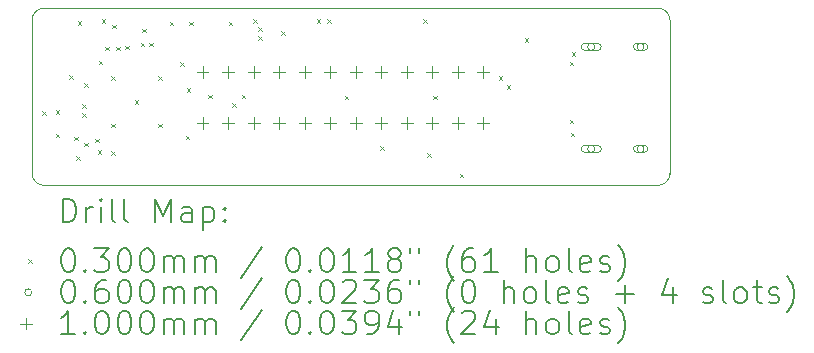
<source format=gbr>
%TF.GenerationSoftware,KiCad,Pcbnew,9.0.3*%
%TF.CreationDate,2025-08-28T21:01:52-07:00*%
%TF.ProjectId,xyp-gpib,7879702d-6770-4696-922e-6b696361645f,rev?*%
%TF.SameCoordinates,Original*%
%TF.FileFunction,Drillmap*%
%TF.FilePolarity,Positive*%
%FSLAX45Y45*%
G04 Gerber Fmt 4.5, Leading zero omitted, Abs format (unit mm)*
G04 Created by KiCad (PCBNEW 9.0.3) date 2025-08-28 21:01:52*
%MOMM*%
%LPD*%
G01*
G04 APERTURE LIST*
%ADD10C,0.050000*%
%ADD11C,0.200000*%
%ADD12C,0.100000*%
G04 APERTURE END LIST*
D10*
X23400000Y-7600000D02*
X23400000Y-8900000D01*
X18000000Y-8900000D02*
X18000000Y-8775000D01*
X18000000Y-7600000D02*
X18000000Y-7700000D01*
X18000000Y-8775000D02*
X18000000Y-7700000D01*
X18100000Y-7500000D02*
X23300000Y-7500000D01*
X23300000Y-9000000D02*
X18100000Y-9000000D01*
X23400000Y-8900000D02*
G75*
G02*
X23300000Y-9000000I-100000J0D01*
G01*
X18100000Y-9000000D02*
G75*
G02*
X18000000Y-8900000I0J100000D01*
G01*
X23300000Y-7500000D02*
G75*
G02*
X23400000Y-7600000I0J-100000D01*
G01*
X18000000Y-7600000D02*
G75*
G02*
X18100000Y-7500000I100000J0D01*
G01*
D11*
D12*
X18085300Y-8374600D02*
X18115300Y-8404600D01*
X18115300Y-8374600D02*
X18085300Y-8404600D01*
X18200300Y-8364600D02*
X18230300Y-8394600D01*
X18230300Y-8364600D02*
X18200300Y-8394600D01*
X18200300Y-8564600D02*
X18230300Y-8594600D01*
X18230300Y-8564600D02*
X18200300Y-8594600D01*
X18315300Y-8069600D02*
X18345300Y-8099600D01*
X18345300Y-8069600D02*
X18315300Y-8099600D01*
X18357800Y-8589600D02*
X18387800Y-8619600D01*
X18387800Y-8589600D02*
X18357800Y-8619600D01*
X18375300Y-8754600D02*
X18405300Y-8784600D01*
X18405300Y-8754600D02*
X18375300Y-8784600D01*
X18385300Y-7609600D02*
X18415300Y-7639600D01*
X18415300Y-7609600D02*
X18385300Y-7639600D01*
X18424377Y-8312923D02*
X18454377Y-8342923D01*
X18454377Y-8312923D02*
X18424377Y-8342923D01*
X18425300Y-8389600D02*
X18455300Y-8419600D01*
X18455300Y-8389600D02*
X18425300Y-8419600D01*
X18440300Y-8134600D02*
X18470300Y-8164600D01*
X18470300Y-8134600D02*
X18440300Y-8164600D01*
X18440300Y-8639600D02*
X18470300Y-8669600D01*
X18470300Y-8639600D02*
X18440300Y-8669600D01*
X18536150Y-8603750D02*
X18566150Y-8633750D01*
X18566150Y-8603750D02*
X18536150Y-8633750D01*
X18555602Y-8703601D02*
X18585602Y-8733601D01*
X18585602Y-8703601D02*
X18555602Y-8733601D01*
X18565300Y-7944600D02*
X18595300Y-7974600D01*
X18595300Y-7944600D02*
X18565300Y-7974600D01*
X18590300Y-7594600D02*
X18620300Y-7624600D01*
X18620300Y-7594600D02*
X18590300Y-7624600D01*
X18620300Y-7824600D02*
X18650300Y-7854600D01*
X18650300Y-7824600D02*
X18620300Y-7854600D01*
X18669726Y-8709654D02*
X18699726Y-8739654D01*
X18699726Y-8709654D02*
X18669726Y-8739654D01*
X18669900Y-8078100D02*
X18699900Y-8108100D01*
X18699900Y-8078100D02*
X18669900Y-8108100D01*
X18669900Y-8478100D02*
X18699900Y-8508100D01*
X18699900Y-8478100D02*
X18669900Y-8508100D01*
X18680300Y-7639600D02*
X18710300Y-7669600D01*
X18710300Y-7639600D02*
X18680300Y-7669600D01*
X18710300Y-7824600D02*
X18740300Y-7854600D01*
X18740300Y-7824600D02*
X18710300Y-7854600D01*
X18790300Y-7819600D02*
X18820300Y-7849600D01*
X18820300Y-7819600D02*
X18790300Y-7849600D01*
X18869900Y-8278100D02*
X18899900Y-8308100D01*
X18899900Y-8278100D02*
X18869900Y-8308100D01*
X18869900Y-8278100D02*
X18899900Y-8308100D01*
X18899900Y-8278100D02*
X18869900Y-8308100D01*
X18869900Y-8278100D02*
X18899900Y-8308100D01*
X18899900Y-8278100D02*
X18869900Y-8308100D01*
X18869900Y-8278100D02*
X18899900Y-8308100D01*
X18899900Y-8278100D02*
X18869900Y-8308100D01*
X18869900Y-8278100D02*
X18899900Y-8308100D01*
X18899900Y-8278100D02*
X18869900Y-8308100D01*
X18869900Y-8278100D02*
X18899900Y-8308100D01*
X18899900Y-8278100D02*
X18869900Y-8308100D01*
X18918300Y-7792405D02*
X18948300Y-7822405D01*
X18948300Y-7792405D02*
X18918300Y-7822405D01*
X18930300Y-7674600D02*
X18960300Y-7704600D01*
X18960300Y-7674600D02*
X18930300Y-7704600D01*
X18993300Y-7792405D02*
X19023300Y-7822405D01*
X19023300Y-7792405D02*
X18993300Y-7822405D01*
X19069900Y-8078100D02*
X19099900Y-8108100D01*
X19099900Y-8078100D02*
X19069900Y-8108100D01*
X19069900Y-8478100D02*
X19099900Y-8508100D01*
X19099900Y-8478100D02*
X19069900Y-8508100D01*
X19165300Y-7616400D02*
X19195300Y-7646400D01*
X19195300Y-7616400D02*
X19165300Y-7646400D01*
X19255300Y-7959600D02*
X19285300Y-7989600D01*
X19285300Y-7959600D02*
X19255300Y-7989600D01*
X19300300Y-8579600D02*
X19330300Y-8609600D01*
X19330300Y-8579600D02*
X19300300Y-8609600D01*
X19310300Y-8179600D02*
X19340300Y-8209600D01*
X19340300Y-8179600D02*
X19310300Y-8209600D01*
X19330300Y-7616400D02*
X19360300Y-7646400D01*
X19360300Y-7616400D02*
X19330300Y-7646400D01*
X19490300Y-8234600D02*
X19520300Y-8264600D01*
X19520300Y-8234600D02*
X19490300Y-8264600D01*
X19665300Y-7614600D02*
X19695300Y-7644600D01*
X19695300Y-7614600D02*
X19665300Y-7644600D01*
X19694900Y-8303100D02*
X19724900Y-8333100D01*
X19724900Y-8303100D02*
X19694900Y-8333100D01*
X19775300Y-8234600D02*
X19805300Y-8264600D01*
X19805300Y-8234600D02*
X19775300Y-8264600D01*
X19870300Y-7594600D02*
X19900300Y-7624600D01*
X19900300Y-7594600D02*
X19870300Y-7624600D01*
X19915300Y-7662100D02*
X19945300Y-7692100D01*
X19945300Y-7662100D02*
X19915300Y-7692100D01*
X19915300Y-7737100D02*
X19945300Y-7767100D01*
X19945300Y-7737100D02*
X19915300Y-7767100D01*
X20110300Y-7694600D02*
X20140300Y-7724600D01*
X20140300Y-7694600D02*
X20110300Y-7724600D01*
X20410300Y-7594600D02*
X20440300Y-7624600D01*
X20440300Y-7594600D02*
X20410300Y-7624600D01*
X20500300Y-7594600D02*
X20530300Y-7624600D01*
X20530300Y-7594600D02*
X20500300Y-7624600D01*
X20645300Y-8239600D02*
X20675300Y-8269600D01*
X20675300Y-8239600D02*
X20645300Y-8269600D01*
X20946020Y-8668320D02*
X20976020Y-8698320D01*
X20976020Y-8668320D02*
X20946020Y-8698320D01*
X21310300Y-7594600D02*
X21340300Y-7624600D01*
X21340300Y-7594600D02*
X21310300Y-7624600D01*
X21344900Y-8728100D02*
X21374900Y-8758100D01*
X21374900Y-8728100D02*
X21344900Y-8758100D01*
X21395300Y-8239600D02*
X21425300Y-8269600D01*
X21425300Y-8239600D02*
X21395300Y-8269600D01*
X21619900Y-8903100D02*
X21649900Y-8933100D01*
X21649900Y-8903100D02*
X21619900Y-8933100D01*
X21950300Y-8074600D02*
X21980300Y-8104600D01*
X21980300Y-8074600D02*
X21950300Y-8104600D01*
X22019900Y-8153100D02*
X22049900Y-8183100D01*
X22049900Y-8153100D02*
X22019900Y-8183100D01*
X22170300Y-7754600D02*
X22200300Y-7784600D01*
X22200300Y-7754600D02*
X22170300Y-7784600D01*
X22550300Y-7954600D02*
X22580300Y-7984600D01*
X22580300Y-7954600D02*
X22550300Y-7984600D01*
X22550300Y-8444600D02*
X22580300Y-8474600D01*
X22580300Y-8444600D02*
X22550300Y-8474600D01*
X22560300Y-8554600D02*
X22590300Y-8584600D01*
X22590300Y-8554600D02*
X22560300Y-8584600D01*
X22570300Y-7874600D02*
X22600300Y-7904600D01*
X22600300Y-7874600D02*
X22570300Y-7904600D01*
X22763620Y-7827680D02*
G75*
G02*
X22703620Y-7827680I-30000J0D01*
G01*
X22703620Y-7827680D02*
G75*
G02*
X22763620Y-7827680I30000J0D01*
G01*
X22678620Y-7857680D02*
X22788620Y-7857680D01*
X22788620Y-7797680D02*
G75*
G02*
X22788620Y-7857680I0J-30000D01*
G01*
X22788620Y-7797680D02*
X22678620Y-7797680D01*
X22678620Y-7797680D02*
G75*
G03*
X22678620Y-7857680I0J-30000D01*
G01*
X22763620Y-8691680D02*
G75*
G02*
X22703620Y-8691680I-30000J0D01*
G01*
X22703620Y-8691680D02*
G75*
G02*
X22763620Y-8691680I30000J0D01*
G01*
X22678620Y-8721680D02*
X22788620Y-8721680D01*
X22788620Y-8661680D02*
G75*
G02*
X22788620Y-8721680I0J-30000D01*
G01*
X22788620Y-8661680D02*
X22678620Y-8661680D01*
X22678620Y-8661680D02*
G75*
G03*
X22678620Y-8721680I0J-30000D01*
G01*
X23181620Y-7827680D02*
G75*
G02*
X23121620Y-7827680I-30000J0D01*
G01*
X23121620Y-7827680D02*
G75*
G02*
X23181620Y-7827680I30000J0D01*
G01*
X23121620Y-7857680D02*
X23181620Y-7857680D01*
X23181620Y-7797680D02*
G75*
G02*
X23181620Y-7857680I0J-30000D01*
G01*
X23181620Y-7797680D02*
X23121620Y-7797680D01*
X23121620Y-7797680D02*
G75*
G03*
X23121620Y-7857680I0J-30000D01*
G01*
X23181620Y-8691680D02*
G75*
G02*
X23121620Y-8691680I-30000J0D01*
G01*
X23121620Y-8691680D02*
G75*
G02*
X23181620Y-8691680I30000J0D01*
G01*
X23121620Y-8721680D02*
X23181620Y-8721680D01*
X23181620Y-8661680D02*
G75*
G02*
X23181620Y-8721680I0J-30000D01*
G01*
X23181620Y-8661680D02*
X23121620Y-8661680D01*
X23121620Y-8661680D02*
G75*
G03*
X23121620Y-8721680I0J-30000D01*
G01*
X19443400Y-7990500D02*
X19443400Y-8090500D01*
X19393400Y-8040500D02*
X19493400Y-8040500D01*
X19443400Y-8419500D02*
X19443400Y-8519500D01*
X19393400Y-8469500D02*
X19493400Y-8469500D01*
X19659400Y-7990500D02*
X19659400Y-8090500D01*
X19609400Y-8040500D02*
X19709400Y-8040500D01*
X19659400Y-8419500D02*
X19659400Y-8519500D01*
X19609400Y-8469500D02*
X19709400Y-8469500D01*
X19875400Y-7990500D02*
X19875400Y-8090500D01*
X19825400Y-8040500D02*
X19925400Y-8040500D01*
X19875400Y-8419500D02*
X19875400Y-8519500D01*
X19825400Y-8469500D02*
X19925400Y-8469500D01*
X20091400Y-7990500D02*
X20091400Y-8090500D01*
X20041400Y-8040500D02*
X20141400Y-8040500D01*
X20091400Y-8419500D02*
X20091400Y-8519500D01*
X20041400Y-8469500D02*
X20141400Y-8469500D01*
X20307400Y-7990500D02*
X20307400Y-8090500D01*
X20257400Y-8040500D02*
X20357400Y-8040500D01*
X20307400Y-8419500D02*
X20307400Y-8519500D01*
X20257400Y-8469500D02*
X20357400Y-8469500D01*
X20523400Y-7990500D02*
X20523400Y-8090500D01*
X20473400Y-8040500D02*
X20573400Y-8040500D01*
X20523400Y-8419500D02*
X20523400Y-8519500D01*
X20473400Y-8469500D02*
X20573400Y-8469500D01*
X20739400Y-7990500D02*
X20739400Y-8090500D01*
X20689400Y-8040500D02*
X20789400Y-8040500D01*
X20739400Y-8419500D02*
X20739400Y-8519500D01*
X20689400Y-8469500D02*
X20789400Y-8469500D01*
X20955400Y-7990500D02*
X20955400Y-8090500D01*
X20905400Y-8040500D02*
X21005400Y-8040500D01*
X20955400Y-8419500D02*
X20955400Y-8519500D01*
X20905400Y-8469500D02*
X21005400Y-8469500D01*
X21171400Y-7990500D02*
X21171400Y-8090500D01*
X21121400Y-8040500D02*
X21221400Y-8040500D01*
X21171400Y-8419500D02*
X21171400Y-8519500D01*
X21121400Y-8469500D02*
X21221400Y-8469500D01*
X21387400Y-7990500D02*
X21387400Y-8090500D01*
X21337400Y-8040500D02*
X21437400Y-8040500D01*
X21387400Y-8419500D02*
X21387400Y-8519500D01*
X21337400Y-8469500D02*
X21437400Y-8469500D01*
X21603400Y-7990500D02*
X21603400Y-8090500D01*
X21553400Y-8040500D02*
X21653400Y-8040500D01*
X21603400Y-8419500D02*
X21603400Y-8519500D01*
X21553400Y-8469500D02*
X21653400Y-8469500D01*
X21819400Y-7990500D02*
X21819400Y-8090500D01*
X21769400Y-8040500D02*
X21869400Y-8040500D01*
X21819400Y-8419500D02*
X21819400Y-8519500D01*
X21769400Y-8469500D02*
X21869400Y-8469500D01*
D11*
X18258277Y-9313984D02*
X18258277Y-9113984D01*
X18258277Y-9113984D02*
X18305896Y-9113984D01*
X18305896Y-9113984D02*
X18334467Y-9123508D01*
X18334467Y-9123508D02*
X18353515Y-9142555D01*
X18353515Y-9142555D02*
X18363039Y-9161603D01*
X18363039Y-9161603D02*
X18372563Y-9199698D01*
X18372563Y-9199698D02*
X18372563Y-9228270D01*
X18372563Y-9228270D02*
X18363039Y-9266365D01*
X18363039Y-9266365D02*
X18353515Y-9285412D01*
X18353515Y-9285412D02*
X18334467Y-9304460D01*
X18334467Y-9304460D02*
X18305896Y-9313984D01*
X18305896Y-9313984D02*
X18258277Y-9313984D01*
X18458277Y-9313984D02*
X18458277Y-9180650D01*
X18458277Y-9218746D02*
X18467801Y-9199698D01*
X18467801Y-9199698D02*
X18477324Y-9190174D01*
X18477324Y-9190174D02*
X18496372Y-9180650D01*
X18496372Y-9180650D02*
X18515420Y-9180650D01*
X18582086Y-9313984D02*
X18582086Y-9180650D01*
X18582086Y-9113984D02*
X18572563Y-9123508D01*
X18572563Y-9123508D02*
X18582086Y-9133031D01*
X18582086Y-9133031D02*
X18591610Y-9123508D01*
X18591610Y-9123508D02*
X18582086Y-9113984D01*
X18582086Y-9113984D02*
X18582086Y-9133031D01*
X18705896Y-9313984D02*
X18686848Y-9304460D01*
X18686848Y-9304460D02*
X18677324Y-9285412D01*
X18677324Y-9285412D02*
X18677324Y-9113984D01*
X18810658Y-9313984D02*
X18791610Y-9304460D01*
X18791610Y-9304460D02*
X18782086Y-9285412D01*
X18782086Y-9285412D02*
X18782086Y-9113984D01*
X19039229Y-9313984D02*
X19039229Y-9113984D01*
X19039229Y-9113984D02*
X19105896Y-9256841D01*
X19105896Y-9256841D02*
X19172563Y-9113984D01*
X19172563Y-9113984D02*
X19172563Y-9313984D01*
X19353515Y-9313984D02*
X19353515Y-9209222D01*
X19353515Y-9209222D02*
X19343991Y-9190174D01*
X19343991Y-9190174D02*
X19324944Y-9180650D01*
X19324944Y-9180650D02*
X19286848Y-9180650D01*
X19286848Y-9180650D02*
X19267801Y-9190174D01*
X19353515Y-9304460D02*
X19334467Y-9313984D01*
X19334467Y-9313984D02*
X19286848Y-9313984D01*
X19286848Y-9313984D02*
X19267801Y-9304460D01*
X19267801Y-9304460D02*
X19258277Y-9285412D01*
X19258277Y-9285412D02*
X19258277Y-9266365D01*
X19258277Y-9266365D02*
X19267801Y-9247317D01*
X19267801Y-9247317D02*
X19286848Y-9237793D01*
X19286848Y-9237793D02*
X19334467Y-9237793D01*
X19334467Y-9237793D02*
X19353515Y-9228270D01*
X19448753Y-9180650D02*
X19448753Y-9380650D01*
X19448753Y-9190174D02*
X19467801Y-9180650D01*
X19467801Y-9180650D02*
X19505896Y-9180650D01*
X19505896Y-9180650D02*
X19524944Y-9190174D01*
X19524944Y-9190174D02*
X19534467Y-9199698D01*
X19534467Y-9199698D02*
X19543991Y-9218746D01*
X19543991Y-9218746D02*
X19543991Y-9275889D01*
X19543991Y-9275889D02*
X19534467Y-9294936D01*
X19534467Y-9294936D02*
X19524944Y-9304460D01*
X19524944Y-9304460D02*
X19505896Y-9313984D01*
X19505896Y-9313984D02*
X19467801Y-9313984D01*
X19467801Y-9313984D02*
X19448753Y-9304460D01*
X19629705Y-9294936D02*
X19639229Y-9304460D01*
X19639229Y-9304460D02*
X19629705Y-9313984D01*
X19629705Y-9313984D02*
X19620182Y-9304460D01*
X19620182Y-9304460D02*
X19629705Y-9294936D01*
X19629705Y-9294936D02*
X19629705Y-9313984D01*
X19629705Y-9190174D02*
X19639229Y-9199698D01*
X19639229Y-9199698D02*
X19629705Y-9209222D01*
X19629705Y-9209222D02*
X19620182Y-9199698D01*
X19620182Y-9199698D02*
X19629705Y-9190174D01*
X19629705Y-9190174D02*
X19629705Y-9209222D01*
D12*
X17967500Y-9627500D02*
X17997500Y-9657500D01*
X17997500Y-9627500D02*
X17967500Y-9657500D01*
D11*
X18296372Y-9533984D02*
X18315420Y-9533984D01*
X18315420Y-9533984D02*
X18334467Y-9543508D01*
X18334467Y-9543508D02*
X18343991Y-9553031D01*
X18343991Y-9553031D02*
X18353515Y-9572079D01*
X18353515Y-9572079D02*
X18363039Y-9610174D01*
X18363039Y-9610174D02*
X18363039Y-9657793D01*
X18363039Y-9657793D02*
X18353515Y-9695889D01*
X18353515Y-9695889D02*
X18343991Y-9714936D01*
X18343991Y-9714936D02*
X18334467Y-9724460D01*
X18334467Y-9724460D02*
X18315420Y-9733984D01*
X18315420Y-9733984D02*
X18296372Y-9733984D01*
X18296372Y-9733984D02*
X18277324Y-9724460D01*
X18277324Y-9724460D02*
X18267801Y-9714936D01*
X18267801Y-9714936D02*
X18258277Y-9695889D01*
X18258277Y-9695889D02*
X18248753Y-9657793D01*
X18248753Y-9657793D02*
X18248753Y-9610174D01*
X18248753Y-9610174D02*
X18258277Y-9572079D01*
X18258277Y-9572079D02*
X18267801Y-9553031D01*
X18267801Y-9553031D02*
X18277324Y-9543508D01*
X18277324Y-9543508D02*
X18296372Y-9533984D01*
X18448753Y-9714936D02*
X18458277Y-9724460D01*
X18458277Y-9724460D02*
X18448753Y-9733984D01*
X18448753Y-9733984D02*
X18439229Y-9724460D01*
X18439229Y-9724460D02*
X18448753Y-9714936D01*
X18448753Y-9714936D02*
X18448753Y-9733984D01*
X18524944Y-9533984D02*
X18648753Y-9533984D01*
X18648753Y-9533984D02*
X18582086Y-9610174D01*
X18582086Y-9610174D02*
X18610658Y-9610174D01*
X18610658Y-9610174D02*
X18629705Y-9619698D01*
X18629705Y-9619698D02*
X18639229Y-9629222D01*
X18639229Y-9629222D02*
X18648753Y-9648270D01*
X18648753Y-9648270D02*
X18648753Y-9695889D01*
X18648753Y-9695889D02*
X18639229Y-9714936D01*
X18639229Y-9714936D02*
X18629705Y-9724460D01*
X18629705Y-9724460D02*
X18610658Y-9733984D01*
X18610658Y-9733984D02*
X18553515Y-9733984D01*
X18553515Y-9733984D02*
X18534467Y-9724460D01*
X18534467Y-9724460D02*
X18524944Y-9714936D01*
X18772563Y-9533984D02*
X18791610Y-9533984D01*
X18791610Y-9533984D02*
X18810658Y-9543508D01*
X18810658Y-9543508D02*
X18820182Y-9553031D01*
X18820182Y-9553031D02*
X18829705Y-9572079D01*
X18829705Y-9572079D02*
X18839229Y-9610174D01*
X18839229Y-9610174D02*
X18839229Y-9657793D01*
X18839229Y-9657793D02*
X18829705Y-9695889D01*
X18829705Y-9695889D02*
X18820182Y-9714936D01*
X18820182Y-9714936D02*
X18810658Y-9724460D01*
X18810658Y-9724460D02*
X18791610Y-9733984D01*
X18791610Y-9733984D02*
X18772563Y-9733984D01*
X18772563Y-9733984D02*
X18753515Y-9724460D01*
X18753515Y-9724460D02*
X18743991Y-9714936D01*
X18743991Y-9714936D02*
X18734467Y-9695889D01*
X18734467Y-9695889D02*
X18724944Y-9657793D01*
X18724944Y-9657793D02*
X18724944Y-9610174D01*
X18724944Y-9610174D02*
X18734467Y-9572079D01*
X18734467Y-9572079D02*
X18743991Y-9553031D01*
X18743991Y-9553031D02*
X18753515Y-9543508D01*
X18753515Y-9543508D02*
X18772563Y-9533984D01*
X18963039Y-9533984D02*
X18982086Y-9533984D01*
X18982086Y-9533984D02*
X19001134Y-9543508D01*
X19001134Y-9543508D02*
X19010658Y-9553031D01*
X19010658Y-9553031D02*
X19020182Y-9572079D01*
X19020182Y-9572079D02*
X19029705Y-9610174D01*
X19029705Y-9610174D02*
X19029705Y-9657793D01*
X19029705Y-9657793D02*
X19020182Y-9695889D01*
X19020182Y-9695889D02*
X19010658Y-9714936D01*
X19010658Y-9714936D02*
X19001134Y-9724460D01*
X19001134Y-9724460D02*
X18982086Y-9733984D01*
X18982086Y-9733984D02*
X18963039Y-9733984D01*
X18963039Y-9733984D02*
X18943991Y-9724460D01*
X18943991Y-9724460D02*
X18934467Y-9714936D01*
X18934467Y-9714936D02*
X18924944Y-9695889D01*
X18924944Y-9695889D02*
X18915420Y-9657793D01*
X18915420Y-9657793D02*
X18915420Y-9610174D01*
X18915420Y-9610174D02*
X18924944Y-9572079D01*
X18924944Y-9572079D02*
X18934467Y-9553031D01*
X18934467Y-9553031D02*
X18943991Y-9543508D01*
X18943991Y-9543508D02*
X18963039Y-9533984D01*
X19115420Y-9733984D02*
X19115420Y-9600650D01*
X19115420Y-9619698D02*
X19124944Y-9610174D01*
X19124944Y-9610174D02*
X19143991Y-9600650D01*
X19143991Y-9600650D02*
X19172563Y-9600650D01*
X19172563Y-9600650D02*
X19191610Y-9610174D01*
X19191610Y-9610174D02*
X19201134Y-9629222D01*
X19201134Y-9629222D02*
X19201134Y-9733984D01*
X19201134Y-9629222D02*
X19210658Y-9610174D01*
X19210658Y-9610174D02*
X19229705Y-9600650D01*
X19229705Y-9600650D02*
X19258277Y-9600650D01*
X19258277Y-9600650D02*
X19277325Y-9610174D01*
X19277325Y-9610174D02*
X19286848Y-9629222D01*
X19286848Y-9629222D02*
X19286848Y-9733984D01*
X19382086Y-9733984D02*
X19382086Y-9600650D01*
X19382086Y-9619698D02*
X19391610Y-9610174D01*
X19391610Y-9610174D02*
X19410658Y-9600650D01*
X19410658Y-9600650D02*
X19439229Y-9600650D01*
X19439229Y-9600650D02*
X19458277Y-9610174D01*
X19458277Y-9610174D02*
X19467801Y-9629222D01*
X19467801Y-9629222D02*
X19467801Y-9733984D01*
X19467801Y-9629222D02*
X19477325Y-9610174D01*
X19477325Y-9610174D02*
X19496372Y-9600650D01*
X19496372Y-9600650D02*
X19524944Y-9600650D01*
X19524944Y-9600650D02*
X19543991Y-9610174D01*
X19543991Y-9610174D02*
X19553515Y-9629222D01*
X19553515Y-9629222D02*
X19553515Y-9733984D01*
X19943991Y-9524460D02*
X19772563Y-9781603D01*
X20201134Y-9533984D02*
X20220182Y-9533984D01*
X20220182Y-9533984D02*
X20239229Y-9543508D01*
X20239229Y-9543508D02*
X20248753Y-9553031D01*
X20248753Y-9553031D02*
X20258277Y-9572079D01*
X20258277Y-9572079D02*
X20267801Y-9610174D01*
X20267801Y-9610174D02*
X20267801Y-9657793D01*
X20267801Y-9657793D02*
X20258277Y-9695889D01*
X20258277Y-9695889D02*
X20248753Y-9714936D01*
X20248753Y-9714936D02*
X20239229Y-9724460D01*
X20239229Y-9724460D02*
X20220182Y-9733984D01*
X20220182Y-9733984D02*
X20201134Y-9733984D01*
X20201134Y-9733984D02*
X20182087Y-9724460D01*
X20182087Y-9724460D02*
X20172563Y-9714936D01*
X20172563Y-9714936D02*
X20163039Y-9695889D01*
X20163039Y-9695889D02*
X20153515Y-9657793D01*
X20153515Y-9657793D02*
X20153515Y-9610174D01*
X20153515Y-9610174D02*
X20163039Y-9572079D01*
X20163039Y-9572079D02*
X20172563Y-9553031D01*
X20172563Y-9553031D02*
X20182087Y-9543508D01*
X20182087Y-9543508D02*
X20201134Y-9533984D01*
X20353515Y-9714936D02*
X20363039Y-9724460D01*
X20363039Y-9724460D02*
X20353515Y-9733984D01*
X20353515Y-9733984D02*
X20343991Y-9724460D01*
X20343991Y-9724460D02*
X20353515Y-9714936D01*
X20353515Y-9714936D02*
X20353515Y-9733984D01*
X20486848Y-9533984D02*
X20505896Y-9533984D01*
X20505896Y-9533984D02*
X20524944Y-9543508D01*
X20524944Y-9543508D02*
X20534468Y-9553031D01*
X20534468Y-9553031D02*
X20543991Y-9572079D01*
X20543991Y-9572079D02*
X20553515Y-9610174D01*
X20553515Y-9610174D02*
X20553515Y-9657793D01*
X20553515Y-9657793D02*
X20543991Y-9695889D01*
X20543991Y-9695889D02*
X20534468Y-9714936D01*
X20534468Y-9714936D02*
X20524944Y-9724460D01*
X20524944Y-9724460D02*
X20505896Y-9733984D01*
X20505896Y-9733984D02*
X20486848Y-9733984D01*
X20486848Y-9733984D02*
X20467801Y-9724460D01*
X20467801Y-9724460D02*
X20458277Y-9714936D01*
X20458277Y-9714936D02*
X20448753Y-9695889D01*
X20448753Y-9695889D02*
X20439229Y-9657793D01*
X20439229Y-9657793D02*
X20439229Y-9610174D01*
X20439229Y-9610174D02*
X20448753Y-9572079D01*
X20448753Y-9572079D02*
X20458277Y-9553031D01*
X20458277Y-9553031D02*
X20467801Y-9543508D01*
X20467801Y-9543508D02*
X20486848Y-9533984D01*
X20743991Y-9733984D02*
X20629706Y-9733984D01*
X20686848Y-9733984D02*
X20686848Y-9533984D01*
X20686848Y-9533984D02*
X20667801Y-9562555D01*
X20667801Y-9562555D02*
X20648753Y-9581603D01*
X20648753Y-9581603D02*
X20629706Y-9591127D01*
X20934468Y-9733984D02*
X20820182Y-9733984D01*
X20877325Y-9733984D02*
X20877325Y-9533984D01*
X20877325Y-9533984D02*
X20858277Y-9562555D01*
X20858277Y-9562555D02*
X20839229Y-9581603D01*
X20839229Y-9581603D02*
X20820182Y-9591127D01*
X21048753Y-9619698D02*
X21029706Y-9610174D01*
X21029706Y-9610174D02*
X21020182Y-9600650D01*
X21020182Y-9600650D02*
X21010658Y-9581603D01*
X21010658Y-9581603D02*
X21010658Y-9572079D01*
X21010658Y-9572079D02*
X21020182Y-9553031D01*
X21020182Y-9553031D02*
X21029706Y-9543508D01*
X21029706Y-9543508D02*
X21048753Y-9533984D01*
X21048753Y-9533984D02*
X21086849Y-9533984D01*
X21086849Y-9533984D02*
X21105896Y-9543508D01*
X21105896Y-9543508D02*
X21115420Y-9553031D01*
X21115420Y-9553031D02*
X21124944Y-9572079D01*
X21124944Y-9572079D02*
X21124944Y-9581603D01*
X21124944Y-9581603D02*
X21115420Y-9600650D01*
X21115420Y-9600650D02*
X21105896Y-9610174D01*
X21105896Y-9610174D02*
X21086849Y-9619698D01*
X21086849Y-9619698D02*
X21048753Y-9619698D01*
X21048753Y-9619698D02*
X21029706Y-9629222D01*
X21029706Y-9629222D02*
X21020182Y-9638746D01*
X21020182Y-9638746D02*
X21010658Y-9657793D01*
X21010658Y-9657793D02*
X21010658Y-9695889D01*
X21010658Y-9695889D02*
X21020182Y-9714936D01*
X21020182Y-9714936D02*
X21029706Y-9724460D01*
X21029706Y-9724460D02*
X21048753Y-9733984D01*
X21048753Y-9733984D02*
X21086849Y-9733984D01*
X21086849Y-9733984D02*
X21105896Y-9724460D01*
X21105896Y-9724460D02*
X21115420Y-9714936D01*
X21115420Y-9714936D02*
X21124944Y-9695889D01*
X21124944Y-9695889D02*
X21124944Y-9657793D01*
X21124944Y-9657793D02*
X21115420Y-9638746D01*
X21115420Y-9638746D02*
X21105896Y-9629222D01*
X21105896Y-9629222D02*
X21086849Y-9619698D01*
X21201134Y-9533984D02*
X21201134Y-9572079D01*
X21277325Y-9533984D02*
X21277325Y-9572079D01*
X21572563Y-9810174D02*
X21563039Y-9800650D01*
X21563039Y-9800650D02*
X21543991Y-9772079D01*
X21543991Y-9772079D02*
X21534468Y-9753031D01*
X21534468Y-9753031D02*
X21524944Y-9724460D01*
X21524944Y-9724460D02*
X21515420Y-9676841D01*
X21515420Y-9676841D02*
X21515420Y-9638746D01*
X21515420Y-9638746D02*
X21524944Y-9591127D01*
X21524944Y-9591127D02*
X21534468Y-9562555D01*
X21534468Y-9562555D02*
X21543991Y-9543508D01*
X21543991Y-9543508D02*
X21563039Y-9514936D01*
X21563039Y-9514936D02*
X21572563Y-9505412D01*
X21734468Y-9533984D02*
X21696372Y-9533984D01*
X21696372Y-9533984D02*
X21677325Y-9543508D01*
X21677325Y-9543508D02*
X21667801Y-9553031D01*
X21667801Y-9553031D02*
X21648753Y-9581603D01*
X21648753Y-9581603D02*
X21639230Y-9619698D01*
X21639230Y-9619698D02*
X21639230Y-9695889D01*
X21639230Y-9695889D02*
X21648753Y-9714936D01*
X21648753Y-9714936D02*
X21658277Y-9724460D01*
X21658277Y-9724460D02*
X21677325Y-9733984D01*
X21677325Y-9733984D02*
X21715420Y-9733984D01*
X21715420Y-9733984D02*
X21734468Y-9724460D01*
X21734468Y-9724460D02*
X21743991Y-9714936D01*
X21743991Y-9714936D02*
X21753515Y-9695889D01*
X21753515Y-9695889D02*
X21753515Y-9648270D01*
X21753515Y-9648270D02*
X21743991Y-9629222D01*
X21743991Y-9629222D02*
X21734468Y-9619698D01*
X21734468Y-9619698D02*
X21715420Y-9610174D01*
X21715420Y-9610174D02*
X21677325Y-9610174D01*
X21677325Y-9610174D02*
X21658277Y-9619698D01*
X21658277Y-9619698D02*
X21648753Y-9629222D01*
X21648753Y-9629222D02*
X21639230Y-9648270D01*
X21943991Y-9733984D02*
X21829706Y-9733984D01*
X21886849Y-9733984D02*
X21886849Y-9533984D01*
X21886849Y-9533984D02*
X21867801Y-9562555D01*
X21867801Y-9562555D02*
X21848753Y-9581603D01*
X21848753Y-9581603D02*
X21829706Y-9591127D01*
X22182087Y-9733984D02*
X22182087Y-9533984D01*
X22267801Y-9733984D02*
X22267801Y-9629222D01*
X22267801Y-9629222D02*
X22258277Y-9610174D01*
X22258277Y-9610174D02*
X22239230Y-9600650D01*
X22239230Y-9600650D02*
X22210658Y-9600650D01*
X22210658Y-9600650D02*
X22191611Y-9610174D01*
X22191611Y-9610174D02*
X22182087Y-9619698D01*
X22391610Y-9733984D02*
X22372563Y-9724460D01*
X22372563Y-9724460D02*
X22363039Y-9714936D01*
X22363039Y-9714936D02*
X22353515Y-9695889D01*
X22353515Y-9695889D02*
X22353515Y-9638746D01*
X22353515Y-9638746D02*
X22363039Y-9619698D01*
X22363039Y-9619698D02*
X22372563Y-9610174D01*
X22372563Y-9610174D02*
X22391610Y-9600650D01*
X22391610Y-9600650D02*
X22420182Y-9600650D01*
X22420182Y-9600650D02*
X22439230Y-9610174D01*
X22439230Y-9610174D02*
X22448753Y-9619698D01*
X22448753Y-9619698D02*
X22458277Y-9638746D01*
X22458277Y-9638746D02*
X22458277Y-9695889D01*
X22458277Y-9695889D02*
X22448753Y-9714936D01*
X22448753Y-9714936D02*
X22439230Y-9724460D01*
X22439230Y-9724460D02*
X22420182Y-9733984D01*
X22420182Y-9733984D02*
X22391610Y-9733984D01*
X22572563Y-9733984D02*
X22553515Y-9724460D01*
X22553515Y-9724460D02*
X22543991Y-9705412D01*
X22543991Y-9705412D02*
X22543991Y-9533984D01*
X22724944Y-9724460D02*
X22705896Y-9733984D01*
X22705896Y-9733984D02*
X22667801Y-9733984D01*
X22667801Y-9733984D02*
X22648753Y-9724460D01*
X22648753Y-9724460D02*
X22639230Y-9705412D01*
X22639230Y-9705412D02*
X22639230Y-9629222D01*
X22639230Y-9629222D02*
X22648753Y-9610174D01*
X22648753Y-9610174D02*
X22667801Y-9600650D01*
X22667801Y-9600650D02*
X22705896Y-9600650D01*
X22705896Y-9600650D02*
X22724944Y-9610174D01*
X22724944Y-9610174D02*
X22734468Y-9629222D01*
X22734468Y-9629222D02*
X22734468Y-9648270D01*
X22734468Y-9648270D02*
X22639230Y-9667317D01*
X22810658Y-9724460D02*
X22829706Y-9733984D01*
X22829706Y-9733984D02*
X22867801Y-9733984D01*
X22867801Y-9733984D02*
X22886849Y-9724460D01*
X22886849Y-9724460D02*
X22896372Y-9705412D01*
X22896372Y-9705412D02*
X22896372Y-9695889D01*
X22896372Y-9695889D02*
X22886849Y-9676841D01*
X22886849Y-9676841D02*
X22867801Y-9667317D01*
X22867801Y-9667317D02*
X22839230Y-9667317D01*
X22839230Y-9667317D02*
X22820182Y-9657793D01*
X22820182Y-9657793D02*
X22810658Y-9638746D01*
X22810658Y-9638746D02*
X22810658Y-9629222D01*
X22810658Y-9629222D02*
X22820182Y-9610174D01*
X22820182Y-9610174D02*
X22839230Y-9600650D01*
X22839230Y-9600650D02*
X22867801Y-9600650D01*
X22867801Y-9600650D02*
X22886849Y-9610174D01*
X22963039Y-9810174D02*
X22972563Y-9800650D01*
X22972563Y-9800650D02*
X22991611Y-9772079D01*
X22991611Y-9772079D02*
X23001134Y-9753031D01*
X23001134Y-9753031D02*
X23010658Y-9724460D01*
X23010658Y-9724460D02*
X23020182Y-9676841D01*
X23020182Y-9676841D02*
X23020182Y-9638746D01*
X23020182Y-9638746D02*
X23010658Y-9591127D01*
X23010658Y-9591127D02*
X23001134Y-9562555D01*
X23001134Y-9562555D02*
X22991611Y-9543508D01*
X22991611Y-9543508D02*
X22972563Y-9514936D01*
X22972563Y-9514936D02*
X22963039Y-9505412D01*
D12*
X17997500Y-9906500D02*
G75*
G02*
X17937500Y-9906500I-30000J0D01*
G01*
X17937500Y-9906500D02*
G75*
G02*
X17997500Y-9906500I30000J0D01*
G01*
D11*
X18296372Y-9797984D02*
X18315420Y-9797984D01*
X18315420Y-9797984D02*
X18334467Y-9807508D01*
X18334467Y-9807508D02*
X18343991Y-9817031D01*
X18343991Y-9817031D02*
X18353515Y-9836079D01*
X18353515Y-9836079D02*
X18363039Y-9874174D01*
X18363039Y-9874174D02*
X18363039Y-9921793D01*
X18363039Y-9921793D02*
X18353515Y-9959889D01*
X18353515Y-9959889D02*
X18343991Y-9978936D01*
X18343991Y-9978936D02*
X18334467Y-9988460D01*
X18334467Y-9988460D02*
X18315420Y-9997984D01*
X18315420Y-9997984D02*
X18296372Y-9997984D01*
X18296372Y-9997984D02*
X18277324Y-9988460D01*
X18277324Y-9988460D02*
X18267801Y-9978936D01*
X18267801Y-9978936D02*
X18258277Y-9959889D01*
X18258277Y-9959889D02*
X18248753Y-9921793D01*
X18248753Y-9921793D02*
X18248753Y-9874174D01*
X18248753Y-9874174D02*
X18258277Y-9836079D01*
X18258277Y-9836079D02*
X18267801Y-9817031D01*
X18267801Y-9817031D02*
X18277324Y-9807508D01*
X18277324Y-9807508D02*
X18296372Y-9797984D01*
X18448753Y-9978936D02*
X18458277Y-9988460D01*
X18458277Y-9988460D02*
X18448753Y-9997984D01*
X18448753Y-9997984D02*
X18439229Y-9988460D01*
X18439229Y-9988460D02*
X18448753Y-9978936D01*
X18448753Y-9978936D02*
X18448753Y-9997984D01*
X18629705Y-9797984D02*
X18591610Y-9797984D01*
X18591610Y-9797984D02*
X18572563Y-9807508D01*
X18572563Y-9807508D02*
X18563039Y-9817031D01*
X18563039Y-9817031D02*
X18543991Y-9845603D01*
X18543991Y-9845603D02*
X18534467Y-9883698D01*
X18534467Y-9883698D02*
X18534467Y-9959889D01*
X18534467Y-9959889D02*
X18543991Y-9978936D01*
X18543991Y-9978936D02*
X18553515Y-9988460D01*
X18553515Y-9988460D02*
X18572563Y-9997984D01*
X18572563Y-9997984D02*
X18610658Y-9997984D01*
X18610658Y-9997984D02*
X18629705Y-9988460D01*
X18629705Y-9988460D02*
X18639229Y-9978936D01*
X18639229Y-9978936D02*
X18648753Y-9959889D01*
X18648753Y-9959889D02*
X18648753Y-9912270D01*
X18648753Y-9912270D02*
X18639229Y-9893222D01*
X18639229Y-9893222D02*
X18629705Y-9883698D01*
X18629705Y-9883698D02*
X18610658Y-9874174D01*
X18610658Y-9874174D02*
X18572563Y-9874174D01*
X18572563Y-9874174D02*
X18553515Y-9883698D01*
X18553515Y-9883698D02*
X18543991Y-9893222D01*
X18543991Y-9893222D02*
X18534467Y-9912270D01*
X18772563Y-9797984D02*
X18791610Y-9797984D01*
X18791610Y-9797984D02*
X18810658Y-9807508D01*
X18810658Y-9807508D02*
X18820182Y-9817031D01*
X18820182Y-9817031D02*
X18829705Y-9836079D01*
X18829705Y-9836079D02*
X18839229Y-9874174D01*
X18839229Y-9874174D02*
X18839229Y-9921793D01*
X18839229Y-9921793D02*
X18829705Y-9959889D01*
X18829705Y-9959889D02*
X18820182Y-9978936D01*
X18820182Y-9978936D02*
X18810658Y-9988460D01*
X18810658Y-9988460D02*
X18791610Y-9997984D01*
X18791610Y-9997984D02*
X18772563Y-9997984D01*
X18772563Y-9997984D02*
X18753515Y-9988460D01*
X18753515Y-9988460D02*
X18743991Y-9978936D01*
X18743991Y-9978936D02*
X18734467Y-9959889D01*
X18734467Y-9959889D02*
X18724944Y-9921793D01*
X18724944Y-9921793D02*
X18724944Y-9874174D01*
X18724944Y-9874174D02*
X18734467Y-9836079D01*
X18734467Y-9836079D02*
X18743991Y-9817031D01*
X18743991Y-9817031D02*
X18753515Y-9807508D01*
X18753515Y-9807508D02*
X18772563Y-9797984D01*
X18963039Y-9797984D02*
X18982086Y-9797984D01*
X18982086Y-9797984D02*
X19001134Y-9807508D01*
X19001134Y-9807508D02*
X19010658Y-9817031D01*
X19010658Y-9817031D02*
X19020182Y-9836079D01*
X19020182Y-9836079D02*
X19029705Y-9874174D01*
X19029705Y-9874174D02*
X19029705Y-9921793D01*
X19029705Y-9921793D02*
X19020182Y-9959889D01*
X19020182Y-9959889D02*
X19010658Y-9978936D01*
X19010658Y-9978936D02*
X19001134Y-9988460D01*
X19001134Y-9988460D02*
X18982086Y-9997984D01*
X18982086Y-9997984D02*
X18963039Y-9997984D01*
X18963039Y-9997984D02*
X18943991Y-9988460D01*
X18943991Y-9988460D02*
X18934467Y-9978936D01*
X18934467Y-9978936D02*
X18924944Y-9959889D01*
X18924944Y-9959889D02*
X18915420Y-9921793D01*
X18915420Y-9921793D02*
X18915420Y-9874174D01*
X18915420Y-9874174D02*
X18924944Y-9836079D01*
X18924944Y-9836079D02*
X18934467Y-9817031D01*
X18934467Y-9817031D02*
X18943991Y-9807508D01*
X18943991Y-9807508D02*
X18963039Y-9797984D01*
X19115420Y-9997984D02*
X19115420Y-9864650D01*
X19115420Y-9883698D02*
X19124944Y-9874174D01*
X19124944Y-9874174D02*
X19143991Y-9864650D01*
X19143991Y-9864650D02*
X19172563Y-9864650D01*
X19172563Y-9864650D02*
X19191610Y-9874174D01*
X19191610Y-9874174D02*
X19201134Y-9893222D01*
X19201134Y-9893222D02*
X19201134Y-9997984D01*
X19201134Y-9893222D02*
X19210658Y-9874174D01*
X19210658Y-9874174D02*
X19229705Y-9864650D01*
X19229705Y-9864650D02*
X19258277Y-9864650D01*
X19258277Y-9864650D02*
X19277325Y-9874174D01*
X19277325Y-9874174D02*
X19286848Y-9893222D01*
X19286848Y-9893222D02*
X19286848Y-9997984D01*
X19382086Y-9997984D02*
X19382086Y-9864650D01*
X19382086Y-9883698D02*
X19391610Y-9874174D01*
X19391610Y-9874174D02*
X19410658Y-9864650D01*
X19410658Y-9864650D02*
X19439229Y-9864650D01*
X19439229Y-9864650D02*
X19458277Y-9874174D01*
X19458277Y-9874174D02*
X19467801Y-9893222D01*
X19467801Y-9893222D02*
X19467801Y-9997984D01*
X19467801Y-9893222D02*
X19477325Y-9874174D01*
X19477325Y-9874174D02*
X19496372Y-9864650D01*
X19496372Y-9864650D02*
X19524944Y-9864650D01*
X19524944Y-9864650D02*
X19543991Y-9874174D01*
X19543991Y-9874174D02*
X19553515Y-9893222D01*
X19553515Y-9893222D02*
X19553515Y-9997984D01*
X19943991Y-9788460D02*
X19772563Y-10045603D01*
X20201134Y-9797984D02*
X20220182Y-9797984D01*
X20220182Y-9797984D02*
X20239229Y-9807508D01*
X20239229Y-9807508D02*
X20248753Y-9817031D01*
X20248753Y-9817031D02*
X20258277Y-9836079D01*
X20258277Y-9836079D02*
X20267801Y-9874174D01*
X20267801Y-9874174D02*
X20267801Y-9921793D01*
X20267801Y-9921793D02*
X20258277Y-9959889D01*
X20258277Y-9959889D02*
X20248753Y-9978936D01*
X20248753Y-9978936D02*
X20239229Y-9988460D01*
X20239229Y-9988460D02*
X20220182Y-9997984D01*
X20220182Y-9997984D02*
X20201134Y-9997984D01*
X20201134Y-9997984D02*
X20182087Y-9988460D01*
X20182087Y-9988460D02*
X20172563Y-9978936D01*
X20172563Y-9978936D02*
X20163039Y-9959889D01*
X20163039Y-9959889D02*
X20153515Y-9921793D01*
X20153515Y-9921793D02*
X20153515Y-9874174D01*
X20153515Y-9874174D02*
X20163039Y-9836079D01*
X20163039Y-9836079D02*
X20172563Y-9817031D01*
X20172563Y-9817031D02*
X20182087Y-9807508D01*
X20182087Y-9807508D02*
X20201134Y-9797984D01*
X20353515Y-9978936D02*
X20363039Y-9988460D01*
X20363039Y-9988460D02*
X20353515Y-9997984D01*
X20353515Y-9997984D02*
X20343991Y-9988460D01*
X20343991Y-9988460D02*
X20353515Y-9978936D01*
X20353515Y-9978936D02*
X20353515Y-9997984D01*
X20486848Y-9797984D02*
X20505896Y-9797984D01*
X20505896Y-9797984D02*
X20524944Y-9807508D01*
X20524944Y-9807508D02*
X20534468Y-9817031D01*
X20534468Y-9817031D02*
X20543991Y-9836079D01*
X20543991Y-9836079D02*
X20553515Y-9874174D01*
X20553515Y-9874174D02*
X20553515Y-9921793D01*
X20553515Y-9921793D02*
X20543991Y-9959889D01*
X20543991Y-9959889D02*
X20534468Y-9978936D01*
X20534468Y-9978936D02*
X20524944Y-9988460D01*
X20524944Y-9988460D02*
X20505896Y-9997984D01*
X20505896Y-9997984D02*
X20486848Y-9997984D01*
X20486848Y-9997984D02*
X20467801Y-9988460D01*
X20467801Y-9988460D02*
X20458277Y-9978936D01*
X20458277Y-9978936D02*
X20448753Y-9959889D01*
X20448753Y-9959889D02*
X20439229Y-9921793D01*
X20439229Y-9921793D02*
X20439229Y-9874174D01*
X20439229Y-9874174D02*
X20448753Y-9836079D01*
X20448753Y-9836079D02*
X20458277Y-9817031D01*
X20458277Y-9817031D02*
X20467801Y-9807508D01*
X20467801Y-9807508D02*
X20486848Y-9797984D01*
X20629706Y-9817031D02*
X20639229Y-9807508D01*
X20639229Y-9807508D02*
X20658277Y-9797984D01*
X20658277Y-9797984D02*
X20705896Y-9797984D01*
X20705896Y-9797984D02*
X20724944Y-9807508D01*
X20724944Y-9807508D02*
X20734468Y-9817031D01*
X20734468Y-9817031D02*
X20743991Y-9836079D01*
X20743991Y-9836079D02*
X20743991Y-9855127D01*
X20743991Y-9855127D02*
X20734468Y-9883698D01*
X20734468Y-9883698D02*
X20620182Y-9997984D01*
X20620182Y-9997984D02*
X20743991Y-9997984D01*
X20810658Y-9797984D02*
X20934468Y-9797984D01*
X20934468Y-9797984D02*
X20867801Y-9874174D01*
X20867801Y-9874174D02*
X20896372Y-9874174D01*
X20896372Y-9874174D02*
X20915420Y-9883698D01*
X20915420Y-9883698D02*
X20924944Y-9893222D01*
X20924944Y-9893222D02*
X20934468Y-9912270D01*
X20934468Y-9912270D02*
X20934468Y-9959889D01*
X20934468Y-9959889D02*
X20924944Y-9978936D01*
X20924944Y-9978936D02*
X20915420Y-9988460D01*
X20915420Y-9988460D02*
X20896372Y-9997984D01*
X20896372Y-9997984D02*
X20839229Y-9997984D01*
X20839229Y-9997984D02*
X20820182Y-9988460D01*
X20820182Y-9988460D02*
X20810658Y-9978936D01*
X21105896Y-9797984D02*
X21067801Y-9797984D01*
X21067801Y-9797984D02*
X21048753Y-9807508D01*
X21048753Y-9807508D02*
X21039229Y-9817031D01*
X21039229Y-9817031D02*
X21020182Y-9845603D01*
X21020182Y-9845603D02*
X21010658Y-9883698D01*
X21010658Y-9883698D02*
X21010658Y-9959889D01*
X21010658Y-9959889D02*
X21020182Y-9978936D01*
X21020182Y-9978936D02*
X21029706Y-9988460D01*
X21029706Y-9988460D02*
X21048753Y-9997984D01*
X21048753Y-9997984D02*
X21086849Y-9997984D01*
X21086849Y-9997984D02*
X21105896Y-9988460D01*
X21105896Y-9988460D02*
X21115420Y-9978936D01*
X21115420Y-9978936D02*
X21124944Y-9959889D01*
X21124944Y-9959889D02*
X21124944Y-9912270D01*
X21124944Y-9912270D02*
X21115420Y-9893222D01*
X21115420Y-9893222D02*
X21105896Y-9883698D01*
X21105896Y-9883698D02*
X21086849Y-9874174D01*
X21086849Y-9874174D02*
X21048753Y-9874174D01*
X21048753Y-9874174D02*
X21029706Y-9883698D01*
X21029706Y-9883698D02*
X21020182Y-9893222D01*
X21020182Y-9893222D02*
X21010658Y-9912270D01*
X21201134Y-9797984D02*
X21201134Y-9836079D01*
X21277325Y-9797984D02*
X21277325Y-9836079D01*
X21572563Y-10074174D02*
X21563039Y-10064650D01*
X21563039Y-10064650D02*
X21543991Y-10036079D01*
X21543991Y-10036079D02*
X21534468Y-10017031D01*
X21534468Y-10017031D02*
X21524944Y-9988460D01*
X21524944Y-9988460D02*
X21515420Y-9940841D01*
X21515420Y-9940841D02*
X21515420Y-9902746D01*
X21515420Y-9902746D02*
X21524944Y-9855127D01*
X21524944Y-9855127D02*
X21534468Y-9826555D01*
X21534468Y-9826555D02*
X21543991Y-9807508D01*
X21543991Y-9807508D02*
X21563039Y-9778936D01*
X21563039Y-9778936D02*
X21572563Y-9769412D01*
X21686849Y-9797984D02*
X21705896Y-9797984D01*
X21705896Y-9797984D02*
X21724944Y-9807508D01*
X21724944Y-9807508D02*
X21734468Y-9817031D01*
X21734468Y-9817031D02*
X21743991Y-9836079D01*
X21743991Y-9836079D02*
X21753515Y-9874174D01*
X21753515Y-9874174D02*
X21753515Y-9921793D01*
X21753515Y-9921793D02*
X21743991Y-9959889D01*
X21743991Y-9959889D02*
X21734468Y-9978936D01*
X21734468Y-9978936D02*
X21724944Y-9988460D01*
X21724944Y-9988460D02*
X21705896Y-9997984D01*
X21705896Y-9997984D02*
X21686849Y-9997984D01*
X21686849Y-9997984D02*
X21667801Y-9988460D01*
X21667801Y-9988460D02*
X21658277Y-9978936D01*
X21658277Y-9978936D02*
X21648753Y-9959889D01*
X21648753Y-9959889D02*
X21639230Y-9921793D01*
X21639230Y-9921793D02*
X21639230Y-9874174D01*
X21639230Y-9874174D02*
X21648753Y-9836079D01*
X21648753Y-9836079D02*
X21658277Y-9817031D01*
X21658277Y-9817031D02*
X21667801Y-9807508D01*
X21667801Y-9807508D02*
X21686849Y-9797984D01*
X21991611Y-9997984D02*
X21991611Y-9797984D01*
X22077325Y-9997984D02*
X22077325Y-9893222D01*
X22077325Y-9893222D02*
X22067801Y-9874174D01*
X22067801Y-9874174D02*
X22048753Y-9864650D01*
X22048753Y-9864650D02*
X22020182Y-9864650D01*
X22020182Y-9864650D02*
X22001134Y-9874174D01*
X22001134Y-9874174D02*
X21991611Y-9883698D01*
X22201134Y-9997984D02*
X22182087Y-9988460D01*
X22182087Y-9988460D02*
X22172563Y-9978936D01*
X22172563Y-9978936D02*
X22163039Y-9959889D01*
X22163039Y-9959889D02*
X22163039Y-9902746D01*
X22163039Y-9902746D02*
X22172563Y-9883698D01*
X22172563Y-9883698D02*
X22182087Y-9874174D01*
X22182087Y-9874174D02*
X22201134Y-9864650D01*
X22201134Y-9864650D02*
X22229706Y-9864650D01*
X22229706Y-9864650D02*
X22248753Y-9874174D01*
X22248753Y-9874174D02*
X22258277Y-9883698D01*
X22258277Y-9883698D02*
X22267801Y-9902746D01*
X22267801Y-9902746D02*
X22267801Y-9959889D01*
X22267801Y-9959889D02*
X22258277Y-9978936D01*
X22258277Y-9978936D02*
X22248753Y-9988460D01*
X22248753Y-9988460D02*
X22229706Y-9997984D01*
X22229706Y-9997984D02*
X22201134Y-9997984D01*
X22382087Y-9997984D02*
X22363039Y-9988460D01*
X22363039Y-9988460D02*
X22353515Y-9969412D01*
X22353515Y-9969412D02*
X22353515Y-9797984D01*
X22534468Y-9988460D02*
X22515420Y-9997984D01*
X22515420Y-9997984D02*
X22477325Y-9997984D01*
X22477325Y-9997984D02*
X22458277Y-9988460D01*
X22458277Y-9988460D02*
X22448753Y-9969412D01*
X22448753Y-9969412D02*
X22448753Y-9893222D01*
X22448753Y-9893222D02*
X22458277Y-9874174D01*
X22458277Y-9874174D02*
X22477325Y-9864650D01*
X22477325Y-9864650D02*
X22515420Y-9864650D01*
X22515420Y-9864650D02*
X22534468Y-9874174D01*
X22534468Y-9874174D02*
X22543991Y-9893222D01*
X22543991Y-9893222D02*
X22543991Y-9912270D01*
X22543991Y-9912270D02*
X22448753Y-9931317D01*
X22620182Y-9988460D02*
X22639230Y-9997984D01*
X22639230Y-9997984D02*
X22677325Y-9997984D01*
X22677325Y-9997984D02*
X22696372Y-9988460D01*
X22696372Y-9988460D02*
X22705896Y-9969412D01*
X22705896Y-9969412D02*
X22705896Y-9959889D01*
X22705896Y-9959889D02*
X22696372Y-9940841D01*
X22696372Y-9940841D02*
X22677325Y-9931317D01*
X22677325Y-9931317D02*
X22648753Y-9931317D01*
X22648753Y-9931317D02*
X22629706Y-9921793D01*
X22629706Y-9921793D02*
X22620182Y-9902746D01*
X22620182Y-9902746D02*
X22620182Y-9893222D01*
X22620182Y-9893222D02*
X22629706Y-9874174D01*
X22629706Y-9874174D02*
X22648753Y-9864650D01*
X22648753Y-9864650D02*
X22677325Y-9864650D01*
X22677325Y-9864650D02*
X22696372Y-9874174D01*
X22943992Y-9921793D02*
X23096373Y-9921793D01*
X23020182Y-9997984D02*
X23020182Y-9845603D01*
X23429706Y-9864650D02*
X23429706Y-9997984D01*
X23382087Y-9788460D02*
X23334468Y-9931317D01*
X23334468Y-9931317D02*
X23458277Y-9931317D01*
X23677325Y-9988460D02*
X23696373Y-9997984D01*
X23696373Y-9997984D02*
X23734468Y-9997984D01*
X23734468Y-9997984D02*
X23753515Y-9988460D01*
X23753515Y-9988460D02*
X23763039Y-9969412D01*
X23763039Y-9969412D02*
X23763039Y-9959889D01*
X23763039Y-9959889D02*
X23753515Y-9940841D01*
X23753515Y-9940841D02*
X23734468Y-9931317D01*
X23734468Y-9931317D02*
X23705896Y-9931317D01*
X23705896Y-9931317D02*
X23686849Y-9921793D01*
X23686849Y-9921793D02*
X23677325Y-9902746D01*
X23677325Y-9902746D02*
X23677325Y-9893222D01*
X23677325Y-9893222D02*
X23686849Y-9874174D01*
X23686849Y-9874174D02*
X23705896Y-9864650D01*
X23705896Y-9864650D02*
X23734468Y-9864650D01*
X23734468Y-9864650D02*
X23753515Y-9874174D01*
X23877325Y-9997984D02*
X23858277Y-9988460D01*
X23858277Y-9988460D02*
X23848754Y-9969412D01*
X23848754Y-9969412D02*
X23848754Y-9797984D01*
X23982087Y-9997984D02*
X23963039Y-9988460D01*
X23963039Y-9988460D02*
X23953515Y-9978936D01*
X23953515Y-9978936D02*
X23943992Y-9959889D01*
X23943992Y-9959889D02*
X23943992Y-9902746D01*
X23943992Y-9902746D02*
X23953515Y-9883698D01*
X23953515Y-9883698D02*
X23963039Y-9874174D01*
X23963039Y-9874174D02*
X23982087Y-9864650D01*
X23982087Y-9864650D02*
X24010658Y-9864650D01*
X24010658Y-9864650D02*
X24029706Y-9874174D01*
X24029706Y-9874174D02*
X24039230Y-9883698D01*
X24039230Y-9883698D02*
X24048754Y-9902746D01*
X24048754Y-9902746D02*
X24048754Y-9959889D01*
X24048754Y-9959889D02*
X24039230Y-9978936D01*
X24039230Y-9978936D02*
X24029706Y-9988460D01*
X24029706Y-9988460D02*
X24010658Y-9997984D01*
X24010658Y-9997984D02*
X23982087Y-9997984D01*
X24105896Y-9864650D02*
X24182087Y-9864650D01*
X24134468Y-9797984D02*
X24134468Y-9969412D01*
X24134468Y-9969412D02*
X24143992Y-9988460D01*
X24143992Y-9988460D02*
X24163039Y-9997984D01*
X24163039Y-9997984D02*
X24182087Y-9997984D01*
X24239230Y-9988460D02*
X24258277Y-9997984D01*
X24258277Y-9997984D02*
X24296373Y-9997984D01*
X24296373Y-9997984D02*
X24315420Y-9988460D01*
X24315420Y-9988460D02*
X24324944Y-9969412D01*
X24324944Y-9969412D02*
X24324944Y-9959889D01*
X24324944Y-9959889D02*
X24315420Y-9940841D01*
X24315420Y-9940841D02*
X24296373Y-9931317D01*
X24296373Y-9931317D02*
X24267801Y-9931317D01*
X24267801Y-9931317D02*
X24248754Y-9921793D01*
X24248754Y-9921793D02*
X24239230Y-9902746D01*
X24239230Y-9902746D02*
X24239230Y-9893222D01*
X24239230Y-9893222D02*
X24248754Y-9874174D01*
X24248754Y-9874174D02*
X24267801Y-9864650D01*
X24267801Y-9864650D02*
X24296373Y-9864650D01*
X24296373Y-9864650D02*
X24315420Y-9874174D01*
X24391611Y-10074174D02*
X24401135Y-10064650D01*
X24401135Y-10064650D02*
X24420182Y-10036079D01*
X24420182Y-10036079D02*
X24429706Y-10017031D01*
X24429706Y-10017031D02*
X24439230Y-9988460D01*
X24439230Y-9988460D02*
X24448754Y-9940841D01*
X24448754Y-9940841D02*
X24448754Y-9902746D01*
X24448754Y-9902746D02*
X24439230Y-9855127D01*
X24439230Y-9855127D02*
X24429706Y-9826555D01*
X24429706Y-9826555D02*
X24420182Y-9807508D01*
X24420182Y-9807508D02*
X24401135Y-9778936D01*
X24401135Y-9778936D02*
X24391611Y-9769412D01*
D12*
X17947500Y-10120500D02*
X17947500Y-10220500D01*
X17897500Y-10170500D02*
X17997500Y-10170500D01*
D11*
X18363039Y-10261984D02*
X18248753Y-10261984D01*
X18305896Y-10261984D02*
X18305896Y-10061984D01*
X18305896Y-10061984D02*
X18286848Y-10090555D01*
X18286848Y-10090555D02*
X18267801Y-10109603D01*
X18267801Y-10109603D02*
X18248753Y-10119127D01*
X18448753Y-10242936D02*
X18458277Y-10252460D01*
X18458277Y-10252460D02*
X18448753Y-10261984D01*
X18448753Y-10261984D02*
X18439229Y-10252460D01*
X18439229Y-10252460D02*
X18448753Y-10242936D01*
X18448753Y-10242936D02*
X18448753Y-10261984D01*
X18582086Y-10061984D02*
X18601134Y-10061984D01*
X18601134Y-10061984D02*
X18620182Y-10071508D01*
X18620182Y-10071508D02*
X18629705Y-10081031D01*
X18629705Y-10081031D02*
X18639229Y-10100079D01*
X18639229Y-10100079D02*
X18648753Y-10138174D01*
X18648753Y-10138174D02*
X18648753Y-10185793D01*
X18648753Y-10185793D02*
X18639229Y-10223889D01*
X18639229Y-10223889D02*
X18629705Y-10242936D01*
X18629705Y-10242936D02*
X18620182Y-10252460D01*
X18620182Y-10252460D02*
X18601134Y-10261984D01*
X18601134Y-10261984D02*
X18582086Y-10261984D01*
X18582086Y-10261984D02*
X18563039Y-10252460D01*
X18563039Y-10252460D02*
X18553515Y-10242936D01*
X18553515Y-10242936D02*
X18543991Y-10223889D01*
X18543991Y-10223889D02*
X18534467Y-10185793D01*
X18534467Y-10185793D02*
X18534467Y-10138174D01*
X18534467Y-10138174D02*
X18543991Y-10100079D01*
X18543991Y-10100079D02*
X18553515Y-10081031D01*
X18553515Y-10081031D02*
X18563039Y-10071508D01*
X18563039Y-10071508D02*
X18582086Y-10061984D01*
X18772563Y-10061984D02*
X18791610Y-10061984D01*
X18791610Y-10061984D02*
X18810658Y-10071508D01*
X18810658Y-10071508D02*
X18820182Y-10081031D01*
X18820182Y-10081031D02*
X18829705Y-10100079D01*
X18829705Y-10100079D02*
X18839229Y-10138174D01*
X18839229Y-10138174D02*
X18839229Y-10185793D01*
X18839229Y-10185793D02*
X18829705Y-10223889D01*
X18829705Y-10223889D02*
X18820182Y-10242936D01*
X18820182Y-10242936D02*
X18810658Y-10252460D01*
X18810658Y-10252460D02*
X18791610Y-10261984D01*
X18791610Y-10261984D02*
X18772563Y-10261984D01*
X18772563Y-10261984D02*
X18753515Y-10252460D01*
X18753515Y-10252460D02*
X18743991Y-10242936D01*
X18743991Y-10242936D02*
X18734467Y-10223889D01*
X18734467Y-10223889D02*
X18724944Y-10185793D01*
X18724944Y-10185793D02*
X18724944Y-10138174D01*
X18724944Y-10138174D02*
X18734467Y-10100079D01*
X18734467Y-10100079D02*
X18743991Y-10081031D01*
X18743991Y-10081031D02*
X18753515Y-10071508D01*
X18753515Y-10071508D02*
X18772563Y-10061984D01*
X18963039Y-10061984D02*
X18982086Y-10061984D01*
X18982086Y-10061984D02*
X19001134Y-10071508D01*
X19001134Y-10071508D02*
X19010658Y-10081031D01*
X19010658Y-10081031D02*
X19020182Y-10100079D01*
X19020182Y-10100079D02*
X19029705Y-10138174D01*
X19029705Y-10138174D02*
X19029705Y-10185793D01*
X19029705Y-10185793D02*
X19020182Y-10223889D01*
X19020182Y-10223889D02*
X19010658Y-10242936D01*
X19010658Y-10242936D02*
X19001134Y-10252460D01*
X19001134Y-10252460D02*
X18982086Y-10261984D01*
X18982086Y-10261984D02*
X18963039Y-10261984D01*
X18963039Y-10261984D02*
X18943991Y-10252460D01*
X18943991Y-10252460D02*
X18934467Y-10242936D01*
X18934467Y-10242936D02*
X18924944Y-10223889D01*
X18924944Y-10223889D02*
X18915420Y-10185793D01*
X18915420Y-10185793D02*
X18915420Y-10138174D01*
X18915420Y-10138174D02*
X18924944Y-10100079D01*
X18924944Y-10100079D02*
X18934467Y-10081031D01*
X18934467Y-10081031D02*
X18943991Y-10071508D01*
X18943991Y-10071508D02*
X18963039Y-10061984D01*
X19115420Y-10261984D02*
X19115420Y-10128650D01*
X19115420Y-10147698D02*
X19124944Y-10138174D01*
X19124944Y-10138174D02*
X19143991Y-10128650D01*
X19143991Y-10128650D02*
X19172563Y-10128650D01*
X19172563Y-10128650D02*
X19191610Y-10138174D01*
X19191610Y-10138174D02*
X19201134Y-10157222D01*
X19201134Y-10157222D02*
X19201134Y-10261984D01*
X19201134Y-10157222D02*
X19210658Y-10138174D01*
X19210658Y-10138174D02*
X19229705Y-10128650D01*
X19229705Y-10128650D02*
X19258277Y-10128650D01*
X19258277Y-10128650D02*
X19277325Y-10138174D01*
X19277325Y-10138174D02*
X19286848Y-10157222D01*
X19286848Y-10157222D02*
X19286848Y-10261984D01*
X19382086Y-10261984D02*
X19382086Y-10128650D01*
X19382086Y-10147698D02*
X19391610Y-10138174D01*
X19391610Y-10138174D02*
X19410658Y-10128650D01*
X19410658Y-10128650D02*
X19439229Y-10128650D01*
X19439229Y-10128650D02*
X19458277Y-10138174D01*
X19458277Y-10138174D02*
X19467801Y-10157222D01*
X19467801Y-10157222D02*
X19467801Y-10261984D01*
X19467801Y-10157222D02*
X19477325Y-10138174D01*
X19477325Y-10138174D02*
X19496372Y-10128650D01*
X19496372Y-10128650D02*
X19524944Y-10128650D01*
X19524944Y-10128650D02*
X19543991Y-10138174D01*
X19543991Y-10138174D02*
X19553515Y-10157222D01*
X19553515Y-10157222D02*
X19553515Y-10261984D01*
X19943991Y-10052460D02*
X19772563Y-10309603D01*
X20201134Y-10061984D02*
X20220182Y-10061984D01*
X20220182Y-10061984D02*
X20239229Y-10071508D01*
X20239229Y-10071508D02*
X20248753Y-10081031D01*
X20248753Y-10081031D02*
X20258277Y-10100079D01*
X20258277Y-10100079D02*
X20267801Y-10138174D01*
X20267801Y-10138174D02*
X20267801Y-10185793D01*
X20267801Y-10185793D02*
X20258277Y-10223889D01*
X20258277Y-10223889D02*
X20248753Y-10242936D01*
X20248753Y-10242936D02*
X20239229Y-10252460D01*
X20239229Y-10252460D02*
X20220182Y-10261984D01*
X20220182Y-10261984D02*
X20201134Y-10261984D01*
X20201134Y-10261984D02*
X20182087Y-10252460D01*
X20182087Y-10252460D02*
X20172563Y-10242936D01*
X20172563Y-10242936D02*
X20163039Y-10223889D01*
X20163039Y-10223889D02*
X20153515Y-10185793D01*
X20153515Y-10185793D02*
X20153515Y-10138174D01*
X20153515Y-10138174D02*
X20163039Y-10100079D01*
X20163039Y-10100079D02*
X20172563Y-10081031D01*
X20172563Y-10081031D02*
X20182087Y-10071508D01*
X20182087Y-10071508D02*
X20201134Y-10061984D01*
X20353515Y-10242936D02*
X20363039Y-10252460D01*
X20363039Y-10252460D02*
X20353515Y-10261984D01*
X20353515Y-10261984D02*
X20343991Y-10252460D01*
X20343991Y-10252460D02*
X20353515Y-10242936D01*
X20353515Y-10242936D02*
X20353515Y-10261984D01*
X20486848Y-10061984D02*
X20505896Y-10061984D01*
X20505896Y-10061984D02*
X20524944Y-10071508D01*
X20524944Y-10071508D02*
X20534468Y-10081031D01*
X20534468Y-10081031D02*
X20543991Y-10100079D01*
X20543991Y-10100079D02*
X20553515Y-10138174D01*
X20553515Y-10138174D02*
X20553515Y-10185793D01*
X20553515Y-10185793D02*
X20543991Y-10223889D01*
X20543991Y-10223889D02*
X20534468Y-10242936D01*
X20534468Y-10242936D02*
X20524944Y-10252460D01*
X20524944Y-10252460D02*
X20505896Y-10261984D01*
X20505896Y-10261984D02*
X20486848Y-10261984D01*
X20486848Y-10261984D02*
X20467801Y-10252460D01*
X20467801Y-10252460D02*
X20458277Y-10242936D01*
X20458277Y-10242936D02*
X20448753Y-10223889D01*
X20448753Y-10223889D02*
X20439229Y-10185793D01*
X20439229Y-10185793D02*
X20439229Y-10138174D01*
X20439229Y-10138174D02*
X20448753Y-10100079D01*
X20448753Y-10100079D02*
X20458277Y-10081031D01*
X20458277Y-10081031D02*
X20467801Y-10071508D01*
X20467801Y-10071508D02*
X20486848Y-10061984D01*
X20620182Y-10061984D02*
X20743991Y-10061984D01*
X20743991Y-10061984D02*
X20677325Y-10138174D01*
X20677325Y-10138174D02*
X20705896Y-10138174D01*
X20705896Y-10138174D02*
X20724944Y-10147698D01*
X20724944Y-10147698D02*
X20734468Y-10157222D01*
X20734468Y-10157222D02*
X20743991Y-10176270D01*
X20743991Y-10176270D02*
X20743991Y-10223889D01*
X20743991Y-10223889D02*
X20734468Y-10242936D01*
X20734468Y-10242936D02*
X20724944Y-10252460D01*
X20724944Y-10252460D02*
X20705896Y-10261984D01*
X20705896Y-10261984D02*
X20648753Y-10261984D01*
X20648753Y-10261984D02*
X20629706Y-10252460D01*
X20629706Y-10252460D02*
X20620182Y-10242936D01*
X20839229Y-10261984D02*
X20877325Y-10261984D01*
X20877325Y-10261984D02*
X20896372Y-10252460D01*
X20896372Y-10252460D02*
X20905896Y-10242936D01*
X20905896Y-10242936D02*
X20924944Y-10214365D01*
X20924944Y-10214365D02*
X20934468Y-10176270D01*
X20934468Y-10176270D02*
X20934468Y-10100079D01*
X20934468Y-10100079D02*
X20924944Y-10081031D01*
X20924944Y-10081031D02*
X20915420Y-10071508D01*
X20915420Y-10071508D02*
X20896372Y-10061984D01*
X20896372Y-10061984D02*
X20858277Y-10061984D01*
X20858277Y-10061984D02*
X20839229Y-10071508D01*
X20839229Y-10071508D02*
X20829706Y-10081031D01*
X20829706Y-10081031D02*
X20820182Y-10100079D01*
X20820182Y-10100079D02*
X20820182Y-10147698D01*
X20820182Y-10147698D02*
X20829706Y-10166746D01*
X20829706Y-10166746D02*
X20839229Y-10176270D01*
X20839229Y-10176270D02*
X20858277Y-10185793D01*
X20858277Y-10185793D02*
X20896372Y-10185793D01*
X20896372Y-10185793D02*
X20915420Y-10176270D01*
X20915420Y-10176270D02*
X20924944Y-10166746D01*
X20924944Y-10166746D02*
X20934468Y-10147698D01*
X21105896Y-10128650D02*
X21105896Y-10261984D01*
X21058277Y-10052460D02*
X21010658Y-10195317D01*
X21010658Y-10195317D02*
X21134468Y-10195317D01*
X21201134Y-10061984D02*
X21201134Y-10100079D01*
X21277325Y-10061984D02*
X21277325Y-10100079D01*
X21572563Y-10338174D02*
X21563039Y-10328650D01*
X21563039Y-10328650D02*
X21543991Y-10300079D01*
X21543991Y-10300079D02*
X21534468Y-10281031D01*
X21534468Y-10281031D02*
X21524944Y-10252460D01*
X21524944Y-10252460D02*
X21515420Y-10204841D01*
X21515420Y-10204841D02*
X21515420Y-10166746D01*
X21515420Y-10166746D02*
X21524944Y-10119127D01*
X21524944Y-10119127D02*
X21534468Y-10090555D01*
X21534468Y-10090555D02*
X21543991Y-10071508D01*
X21543991Y-10071508D02*
X21563039Y-10042936D01*
X21563039Y-10042936D02*
X21572563Y-10033412D01*
X21639230Y-10081031D02*
X21648753Y-10071508D01*
X21648753Y-10071508D02*
X21667801Y-10061984D01*
X21667801Y-10061984D02*
X21715420Y-10061984D01*
X21715420Y-10061984D02*
X21734468Y-10071508D01*
X21734468Y-10071508D02*
X21743991Y-10081031D01*
X21743991Y-10081031D02*
X21753515Y-10100079D01*
X21753515Y-10100079D02*
X21753515Y-10119127D01*
X21753515Y-10119127D02*
X21743991Y-10147698D01*
X21743991Y-10147698D02*
X21629706Y-10261984D01*
X21629706Y-10261984D02*
X21753515Y-10261984D01*
X21924944Y-10128650D02*
X21924944Y-10261984D01*
X21877325Y-10052460D02*
X21829706Y-10195317D01*
X21829706Y-10195317D02*
X21953515Y-10195317D01*
X22182087Y-10261984D02*
X22182087Y-10061984D01*
X22267801Y-10261984D02*
X22267801Y-10157222D01*
X22267801Y-10157222D02*
X22258277Y-10138174D01*
X22258277Y-10138174D02*
X22239230Y-10128650D01*
X22239230Y-10128650D02*
X22210658Y-10128650D01*
X22210658Y-10128650D02*
X22191611Y-10138174D01*
X22191611Y-10138174D02*
X22182087Y-10147698D01*
X22391610Y-10261984D02*
X22372563Y-10252460D01*
X22372563Y-10252460D02*
X22363039Y-10242936D01*
X22363039Y-10242936D02*
X22353515Y-10223889D01*
X22353515Y-10223889D02*
X22353515Y-10166746D01*
X22353515Y-10166746D02*
X22363039Y-10147698D01*
X22363039Y-10147698D02*
X22372563Y-10138174D01*
X22372563Y-10138174D02*
X22391610Y-10128650D01*
X22391610Y-10128650D02*
X22420182Y-10128650D01*
X22420182Y-10128650D02*
X22439230Y-10138174D01*
X22439230Y-10138174D02*
X22448753Y-10147698D01*
X22448753Y-10147698D02*
X22458277Y-10166746D01*
X22458277Y-10166746D02*
X22458277Y-10223889D01*
X22458277Y-10223889D02*
X22448753Y-10242936D01*
X22448753Y-10242936D02*
X22439230Y-10252460D01*
X22439230Y-10252460D02*
X22420182Y-10261984D01*
X22420182Y-10261984D02*
X22391610Y-10261984D01*
X22572563Y-10261984D02*
X22553515Y-10252460D01*
X22553515Y-10252460D02*
X22543991Y-10233412D01*
X22543991Y-10233412D02*
X22543991Y-10061984D01*
X22724944Y-10252460D02*
X22705896Y-10261984D01*
X22705896Y-10261984D02*
X22667801Y-10261984D01*
X22667801Y-10261984D02*
X22648753Y-10252460D01*
X22648753Y-10252460D02*
X22639230Y-10233412D01*
X22639230Y-10233412D02*
X22639230Y-10157222D01*
X22639230Y-10157222D02*
X22648753Y-10138174D01*
X22648753Y-10138174D02*
X22667801Y-10128650D01*
X22667801Y-10128650D02*
X22705896Y-10128650D01*
X22705896Y-10128650D02*
X22724944Y-10138174D01*
X22724944Y-10138174D02*
X22734468Y-10157222D01*
X22734468Y-10157222D02*
X22734468Y-10176270D01*
X22734468Y-10176270D02*
X22639230Y-10195317D01*
X22810658Y-10252460D02*
X22829706Y-10261984D01*
X22829706Y-10261984D02*
X22867801Y-10261984D01*
X22867801Y-10261984D02*
X22886849Y-10252460D01*
X22886849Y-10252460D02*
X22896372Y-10233412D01*
X22896372Y-10233412D02*
X22896372Y-10223889D01*
X22896372Y-10223889D02*
X22886849Y-10204841D01*
X22886849Y-10204841D02*
X22867801Y-10195317D01*
X22867801Y-10195317D02*
X22839230Y-10195317D01*
X22839230Y-10195317D02*
X22820182Y-10185793D01*
X22820182Y-10185793D02*
X22810658Y-10166746D01*
X22810658Y-10166746D02*
X22810658Y-10157222D01*
X22810658Y-10157222D02*
X22820182Y-10138174D01*
X22820182Y-10138174D02*
X22839230Y-10128650D01*
X22839230Y-10128650D02*
X22867801Y-10128650D01*
X22867801Y-10128650D02*
X22886849Y-10138174D01*
X22963039Y-10338174D02*
X22972563Y-10328650D01*
X22972563Y-10328650D02*
X22991611Y-10300079D01*
X22991611Y-10300079D02*
X23001134Y-10281031D01*
X23001134Y-10281031D02*
X23010658Y-10252460D01*
X23010658Y-10252460D02*
X23020182Y-10204841D01*
X23020182Y-10204841D02*
X23020182Y-10166746D01*
X23020182Y-10166746D02*
X23010658Y-10119127D01*
X23010658Y-10119127D02*
X23001134Y-10090555D01*
X23001134Y-10090555D02*
X22991611Y-10071508D01*
X22991611Y-10071508D02*
X22972563Y-10042936D01*
X22972563Y-10042936D02*
X22963039Y-10033412D01*
M02*

</source>
